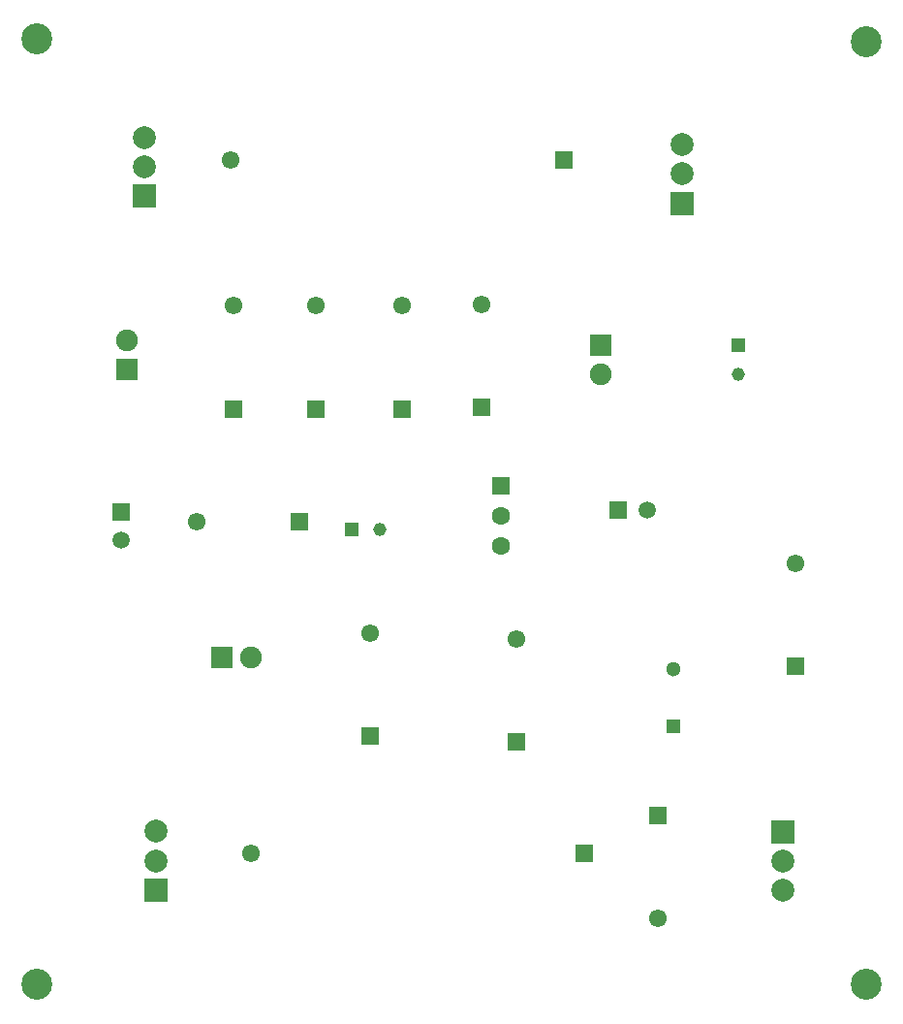
<source format=gts>
G04*
G04 #@! TF.GenerationSoftware,Altium Limited,Altium Designer,22.9.1 (49)*
G04*
G04 Layer_Color=8388736*
%FSLAX25Y25*%
%MOIN*%
G70*
G04*
G04 #@! TF.SameCoordinates,E0007E1A-B842-4F06-B59B-3BF212909B56*
G04*
G04*
G04 #@! TF.FilePolarity,Negative*
G04*
G01*
G75*
%ADD14C,0.06115*%
%ADD15R,0.06115X0.06115*%
%ADD16R,0.07874X0.07874*%
%ADD17C,0.07874*%
%ADD18C,0.04528*%
%ADD19R,0.04528X0.04528*%
%ADD20C,0.06102*%
%ADD21R,0.06102X0.06102*%
%ADD22R,0.06115X0.06115*%
%ADD23C,0.05918*%
%ADD24R,0.05918X0.05918*%
%ADD25C,0.05118*%
%ADD26R,0.05118X0.05118*%
%ADD27R,0.05918X0.05918*%
%ADD28R,0.07493X0.07493*%
%ADD29C,0.07493*%
%ADD30R,0.06312X0.06312*%
%ADD31C,0.06312*%
%ADD32R,0.04528X0.04528*%
%ADD33R,0.07493X0.07493*%
%ADD34C,0.10642*%
D14*
X280315Y162598D02*
D03*
X172504Y251571D02*
D03*
X74287Y176854D02*
D03*
X134004Y138571D02*
D03*
X184504Y136571D02*
D03*
X233071Y40551D02*
D03*
X145004Y251071D02*
D03*
X115504D02*
D03*
X87004D02*
D03*
D15*
X280315Y127165D02*
D03*
X172504Y216138D02*
D03*
X134004Y103138D02*
D03*
X184504Y101138D02*
D03*
X233071Y75984D02*
D03*
X145004Y215638D02*
D03*
X115504D02*
D03*
X87004D02*
D03*
D16*
X56504Y288854D02*
D03*
X241504Y286354D02*
D03*
X60396Y50315D02*
D03*
X275955Y70276D02*
D03*
D17*
X56504Y298894D02*
D03*
Y308933D02*
D03*
X241504Y296394D02*
D03*
Y306433D02*
D03*
X60396Y70394D02*
D03*
Y60354D02*
D03*
X275955Y50197D02*
D03*
Y60236D02*
D03*
D18*
X260630Y227559D02*
D03*
X137504Y174354D02*
D03*
D19*
X260630Y237402D02*
D03*
D20*
X93201Y62854D02*
D03*
X86201Y301354D02*
D03*
D21*
X207807Y62854D02*
D03*
X200807Y301354D02*
D03*
D22*
X109721Y176854D02*
D03*
D23*
X48504Y170512D02*
D03*
X229425Y180854D02*
D03*
D24*
X48504Y180354D02*
D03*
D25*
X238504Y126354D02*
D03*
D26*
Y106669D02*
D03*
D27*
X219583Y180854D02*
D03*
D28*
X83004Y130354D02*
D03*
D29*
X93004D02*
D03*
X50504Y239354D02*
D03*
X213386Y227559D02*
D03*
D30*
X179004Y189091D02*
D03*
D31*
Y168618D02*
D03*
Y178854D02*
D03*
D32*
X127661Y174354D02*
D03*
D33*
X50504Y229354D02*
D03*
X213386Y237559D02*
D03*
D34*
X304921Y17913D02*
D03*
X19488D02*
D03*
X304921Y341732D02*
D03*
X19488Y342717D02*
D03*
M02*

</source>
